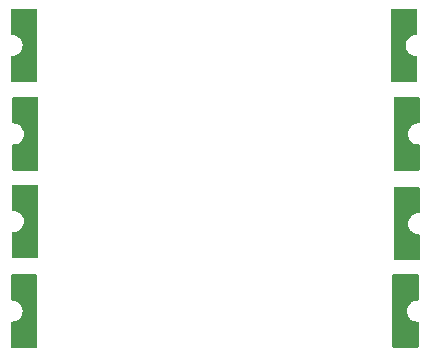
<source format=gbr>
G04 #@! TF.GenerationSoftware,KiCad,Pcbnew,(5.1.5)-3*
G04 #@! TF.CreationDate,2020-05-04T17:56:07+05:30*
G04 #@! TF.ProjectId,Battery_Charger,42617474-6572-4795-9f43-686172676572,rev?*
G04 #@! TF.SameCoordinates,Original*
G04 #@! TF.FileFunction,Soldermask,Bot*
G04 #@! TF.FilePolarity,Negative*
%FSLAX46Y46*%
G04 Gerber Fmt 4.6, Leading zero omitted, Abs format (unit mm)*
G04 Created by KiCad (PCBNEW (5.1.5)-3) date 2020-05-04 17:56:07*
%MOMM*%
%LPD*%
G04 APERTURE LIST*
%ADD10C,0.100000*%
G04 APERTURE END LIST*
D10*
G36*
X137299050Y-87088753D02*
G01*
X137300000Y-87088753D01*
X137300385Y-87088754D01*
X137300784Y-87088757D01*
X137300783Y-87088931D01*
X137300823Y-87088935D01*
X137300824Y-87088757D01*
X137301223Y-87088760D01*
X137303244Y-87088881D01*
X137305992Y-87088610D01*
X137309253Y-87088805D01*
X137309643Y-87088817D01*
X137311519Y-87089027D01*
X137312012Y-87089080D01*
X137318125Y-87090376D01*
X137318134Y-87090377D01*
X137322362Y-87091273D01*
X137322665Y-87091337D01*
X137325583Y-87091937D01*
X137333276Y-87093519D01*
X137338975Y-87095954D01*
X137339034Y-87095973D01*
X137343182Y-87097745D01*
X137347706Y-87099652D01*
X137347752Y-87099677D01*
X137353529Y-87102112D01*
X137353650Y-87102178D01*
X137362346Y-87108140D01*
X137363165Y-87108697D01*
X137371251Y-87114148D01*
X137371468Y-87114329D01*
X137378317Y-87121320D01*
X137378928Y-87121939D01*
X137386614Y-87129676D01*
X137386859Y-87129979D01*
X137392416Y-87138480D01*
X137392965Y-87139312D01*
X137398579Y-87147753D01*
X137398663Y-87147913D01*
X137401012Y-87153715D01*
X137401018Y-87153727D01*
X137402782Y-87158087D01*
X137404552Y-87162388D01*
X137404559Y-87162412D01*
X137406875Y-87168041D01*
X137408029Y-87174051D01*
X137408063Y-87174165D01*
X137408936Y-87178712D01*
X137409871Y-87183464D01*
X137409879Y-87183551D01*
X137411092Y-87189713D01*
X137411113Y-87189937D01*
X137411306Y-87191904D01*
X137411852Y-87203051D01*
X137411852Y-89198197D01*
X137411158Y-89209870D01*
X137411055Y-89210787D01*
X137410914Y-89212130D01*
X137408911Y-89221547D01*
X137408555Y-89223282D01*
X137406718Y-89232561D01*
X137406476Y-89233342D01*
X137402648Y-89242279D01*
X137401995Y-89243832D01*
X137398307Y-89252771D01*
X137397977Y-89253382D01*
X137392660Y-89261150D01*
X137391704Y-89262567D01*
X137386230Y-89270804D01*
X137385720Y-89271420D01*
X137378824Y-89278175D01*
X137377616Y-89279375D01*
X137370812Y-89286224D01*
X137370024Y-89286866D01*
X137361604Y-89292367D01*
X137360052Y-89293398D01*
X137352804Y-89298289D01*
X137352018Y-89298706D01*
X137343137Y-89302296D01*
X137341544Y-89302952D01*
X137332637Y-89306696D01*
X137331836Y-89306937D01*
X137322370Y-89308743D01*
X137320664Y-89309080D01*
X137311297Y-89311002D01*
X137310008Y-89311128D01*
X137308869Y-89311248D01*
X137294664Y-89312042D01*
X137294669Y-89312131D01*
X137286159Y-89312637D01*
X137127631Y-89330418D01*
X137103767Y-89335490D01*
X136962017Y-89380457D01*
X136939595Y-89390067D01*
X136809273Y-89461712D01*
X136789144Y-89475495D01*
X136675211Y-89571096D01*
X136658143Y-89588526D01*
X136564957Y-89704426D01*
X136551598Y-89724840D01*
X136482700Y-89856631D01*
X136473562Y-89879250D01*
X136431571Y-90021923D01*
X136426999Y-90045886D01*
X136413520Y-90193991D01*
X136413691Y-90218386D01*
X136429236Y-90366287D01*
X136434141Y-90390184D01*
X136478120Y-90532258D01*
X136487574Y-90554748D01*
X136536171Y-90644626D01*
X136558307Y-90685565D01*
X136571948Y-90705789D01*
X136655631Y-90806945D01*
X136655634Y-90806949D01*
X136666750Y-90820385D01*
X136684059Y-90837572D01*
X136799306Y-90931564D01*
X136819624Y-90945063D01*
X136950937Y-91014884D01*
X136973492Y-91024181D01*
X137115859Y-91067164D01*
X137139790Y-91071902D01*
X137309166Y-91088510D01*
X137317046Y-91089760D01*
X137320896Y-91090967D01*
X137326620Y-91092141D01*
X137328039Y-91092289D01*
X137329398Y-91092867D01*
X137334975Y-91094636D01*
X137337837Y-91095243D01*
X137339171Y-91095734D01*
X137341677Y-91097102D01*
X137347048Y-91099360D01*
X137348431Y-91099788D01*
X137349658Y-91100622D01*
X137354804Y-91103451D01*
X137357440Y-91104579D01*
X137358661Y-91105324D01*
X137360889Y-91107180D01*
X137365722Y-91110437D01*
X137366998Y-91111125D01*
X137368023Y-91112167D01*
X137372515Y-91115936D01*
X137374933Y-91117590D01*
X137375902Y-91118481D01*
X137377699Y-91120704D01*
X137381811Y-91124846D01*
X137382956Y-91125793D01*
X137383792Y-91127061D01*
X137387423Y-91131578D01*
X137389483Y-91133680D01*
X137390324Y-91134830D01*
X137391664Y-91137370D01*
X137394895Y-91142231D01*
X137395791Y-91143328D01*
X137396343Y-91144682D01*
X137399059Y-91149877D01*
X137400663Y-91152326D01*
X137401252Y-91153588D01*
X137402067Y-91156327D01*
X137404301Y-91161747D01*
X137404976Y-91163015D01*
X137405255Y-91164453D01*
X137406909Y-91170075D01*
X137408008Y-91172793D01*
X137408342Y-91174152D01*
X137408608Y-91176986D01*
X137409746Y-91182734D01*
X137410160Y-91184102D01*
X137410154Y-91185564D01*
X137410685Y-91191401D01*
X137411486Y-91195593D01*
X137411852Y-91203064D01*
X137411852Y-93193151D01*
X137411247Y-93199050D01*
X137411247Y-93200000D01*
X137411246Y-93200385D01*
X137411243Y-93200784D01*
X137411069Y-93200783D01*
X137411065Y-93200823D01*
X137411243Y-93200824D01*
X137411240Y-93201223D01*
X137411119Y-93203244D01*
X137411390Y-93205992D01*
X137411195Y-93209253D01*
X137411183Y-93209643D01*
X137410973Y-93211519D01*
X137410920Y-93212012D01*
X137409624Y-93218125D01*
X137409623Y-93218134D01*
X137408727Y-93222362D01*
X137408648Y-93222738D01*
X137406481Y-93233276D01*
X137404046Y-93238975D01*
X137404027Y-93239034D01*
X137402255Y-93243182D01*
X137400348Y-93247706D01*
X137400323Y-93247752D01*
X137397888Y-93253529D01*
X137397822Y-93253650D01*
X137391860Y-93262346D01*
X137391303Y-93263165D01*
X137385852Y-93271251D01*
X137385671Y-93271468D01*
X137378680Y-93278317D01*
X137378061Y-93278928D01*
X137370324Y-93286614D01*
X137370022Y-93286858D01*
X137361614Y-93292354D01*
X137360781Y-93292903D01*
X137352249Y-93298577D01*
X137352082Y-93298665D01*
X137346285Y-93301012D01*
X137346273Y-93301018D01*
X137341913Y-93302782D01*
X137337612Y-93304552D01*
X137337588Y-93304559D01*
X137331959Y-93306875D01*
X137325949Y-93308029D01*
X137325835Y-93308063D01*
X137321288Y-93308936D01*
X137316536Y-93309871D01*
X137316449Y-93309879D01*
X137310287Y-93311092D01*
X137310063Y-93311113D01*
X137308096Y-93311306D01*
X137296949Y-93311852D01*
X135306849Y-93311852D01*
X135300950Y-93311247D01*
X135300000Y-93311247D01*
X135299615Y-93311246D01*
X135299216Y-93311243D01*
X135299217Y-93311069D01*
X135299177Y-93311065D01*
X135299176Y-93311243D01*
X135298777Y-93311240D01*
X135296756Y-93311119D01*
X135294008Y-93311390D01*
X135290747Y-93311195D01*
X135290357Y-93311183D01*
X135288481Y-93310973D01*
X135287988Y-93310920D01*
X135281875Y-93309624D01*
X135281866Y-93309623D01*
X135277638Y-93308727D01*
X135277335Y-93308663D01*
X135273712Y-93307918D01*
X135266724Y-93306481D01*
X135261025Y-93304046D01*
X135260966Y-93304027D01*
X135256818Y-93302255D01*
X135252294Y-93300348D01*
X135252248Y-93300323D01*
X135246471Y-93297888D01*
X135246350Y-93297822D01*
X135237654Y-93291860D01*
X135236835Y-93291303D01*
X135228749Y-93285852D01*
X135228532Y-93285671D01*
X135221683Y-93278680D01*
X135221072Y-93278061D01*
X135213386Y-93270324D01*
X135213142Y-93270022D01*
X135207646Y-93261614D01*
X135207097Y-93260781D01*
X135201423Y-93252249D01*
X135201335Y-93252082D01*
X135198988Y-93246285D01*
X135198982Y-93246273D01*
X135197218Y-93241913D01*
X135195448Y-93237612D01*
X135195441Y-93237588D01*
X135193125Y-93231959D01*
X135191971Y-93225949D01*
X135191937Y-93225835D01*
X135191064Y-93221288D01*
X135190129Y-93216536D01*
X135190121Y-93216449D01*
X135188908Y-93210287D01*
X135188887Y-93210063D01*
X135188694Y-93208096D01*
X135188148Y-93196949D01*
X135188148Y-87206849D01*
X135188753Y-87200950D01*
X135188753Y-87200000D01*
X135188754Y-87199615D01*
X135188757Y-87199216D01*
X135188931Y-87199217D01*
X135188935Y-87199177D01*
X135188757Y-87199176D01*
X135188760Y-87198777D01*
X135188881Y-87196756D01*
X135188610Y-87194008D01*
X135188805Y-87190747D01*
X135188817Y-87190357D01*
X135189027Y-87188481D01*
X135189080Y-87187988D01*
X135190376Y-87181875D01*
X135190377Y-87181866D01*
X135191311Y-87177460D01*
X135192281Y-87172745D01*
X135193519Y-87166724D01*
X135195954Y-87161025D01*
X135195973Y-87160966D01*
X135197745Y-87156818D01*
X135199652Y-87152294D01*
X135199677Y-87152248D01*
X135202112Y-87146471D01*
X135202178Y-87146350D01*
X135208140Y-87137654D01*
X135208697Y-87136835D01*
X135214148Y-87128749D01*
X135214329Y-87128532D01*
X135221320Y-87121683D01*
X135221939Y-87121072D01*
X135229676Y-87113386D01*
X135229978Y-87113142D01*
X135238386Y-87107646D01*
X135239219Y-87107097D01*
X135247751Y-87101423D01*
X135247918Y-87101335D01*
X135253715Y-87098988D01*
X135253727Y-87098982D01*
X135258087Y-87097218D01*
X135262388Y-87095448D01*
X135262412Y-87095441D01*
X135268041Y-87093125D01*
X135274051Y-87091971D01*
X135274165Y-87091937D01*
X135278712Y-87091064D01*
X135283464Y-87090129D01*
X135283551Y-87090121D01*
X135289713Y-87088908D01*
X135289937Y-87088887D01*
X135291904Y-87088694D01*
X135303051Y-87088148D01*
X137293151Y-87088148D01*
X137299050Y-87088753D01*
G37*
G36*
X104999050Y-87088753D02*
G01*
X105000000Y-87088753D01*
X105000385Y-87088754D01*
X105000784Y-87088757D01*
X105000783Y-87088931D01*
X105000823Y-87088935D01*
X105000824Y-87088757D01*
X105001223Y-87088760D01*
X105003244Y-87088881D01*
X105005992Y-87088610D01*
X105009253Y-87088805D01*
X105009643Y-87088817D01*
X105011519Y-87089027D01*
X105012012Y-87089080D01*
X105018125Y-87090376D01*
X105018134Y-87090377D01*
X105022362Y-87091273D01*
X105022665Y-87091337D01*
X105025583Y-87091937D01*
X105033276Y-87093519D01*
X105038975Y-87095954D01*
X105039034Y-87095973D01*
X105043182Y-87097745D01*
X105047706Y-87099652D01*
X105047752Y-87099677D01*
X105053529Y-87102112D01*
X105053650Y-87102178D01*
X105062346Y-87108140D01*
X105063165Y-87108697D01*
X105071251Y-87114148D01*
X105071468Y-87114329D01*
X105078317Y-87121320D01*
X105078928Y-87121939D01*
X105086614Y-87129676D01*
X105086858Y-87129978D01*
X105092354Y-87138386D01*
X105092903Y-87139219D01*
X105098577Y-87147751D01*
X105098665Y-87147918D01*
X105101012Y-87153715D01*
X105101018Y-87153727D01*
X105102782Y-87158087D01*
X105104552Y-87162388D01*
X105104559Y-87162412D01*
X105106875Y-87168041D01*
X105108029Y-87174051D01*
X105108063Y-87174165D01*
X105108936Y-87178712D01*
X105109871Y-87183464D01*
X105109879Y-87183551D01*
X105111092Y-87189713D01*
X105111113Y-87189937D01*
X105111306Y-87191904D01*
X105111852Y-87203051D01*
X105111852Y-93193151D01*
X105111247Y-93199050D01*
X105111247Y-93200000D01*
X105111246Y-93200385D01*
X105111243Y-93200784D01*
X105111069Y-93200783D01*
X105111065Y-93200823D01*
X105111243Y-93200824D01*
X105111240Y-93201223D01*
X105111119Y-93203244D01*
X105111390Y-93205992D01*
X105111195Y-93209253D01*
X105111183Y-93209643D01*
X105110973Y-93211519D01*
X105110920Y-93212012D01*
X105109624Y-93218125D01*
X105109623Y-93218134D01*
X105108727Y-93222362D01*
X105108648Y-93222738D01*
X105106481Y-93233276D01*
X105104046Y-93238975D01*
X105104027Y-93239034D01*
X105102255Y-93243182D01*
X105100348Y-93247706D01*
X105100323Y-93247752D01*
X105097888Y-93253529D01*
X105097822Y-93253650D01*
X105091860Y-93262346D01*
X105091303Y-93263165D01*
X105085852Y-93271251D01*
X105085671Y-93271468D01*
X105078680Y-93278317D01*
X105078061Y-93278928D01*
X105070324Y-93286614D01*
X105070022Y-93286858D01*
X105061614Y-93292354D01*
X105060781Y-93292903D01*
X105052249Y-93298577D01*
X105052082Y-93298665D01*
X105046285Y-93301012D01*
X105046273Y-93301018D01*
X105041913Y-93302782D01*
X105037612Y-93304552D01*
X105037588Y-93304559D01*
X105031959Y-93306875D01*
X105025949Y-93308029D01*
X105025835Y-93308063D01*
X105021288Y-93308936D01*
X105016536Y-93309871D01*
X105016449Y-93309879D01*
X105010287Y-93311092D01*
X105010063Y-93311113D01*
X105008096Y-93311306D01*
X104996949Y-93311852D01*
X103006849Y-93311852D01*
X103000950Y-93311247D01*
X103000000Y-93311247D01*
X102999615Y-93311246D01*
X102999216Y-93311243D01*
X102999217Y-93311069D01*
X102999177Y-93311065D01*
X102999176Y-93311243D01*
X102998777Y-93311240D01*
X102996756Y-93311119D01*
X102994008Y-93311390D01*
X102990747Y-93311195D01*
X102990357Y-93311183D01*
X102988481Y-93310973D01*
X102987988Y-93310920D01*
X102981875Y-93309624D01*
X102981866Y-93309623D01*
X102977638Y-93308727D01*
X102977335Y-93308663D01*
X102973712Y-93307918D01*
X102966724Y-93306481D01*
X102961025Y-93304046D01*
X102960966Y-93304027D01*
X102956818Y-93302255D01*
X102952294Y-93300348D01*
X102952248Y-93300323D01*
X102946471Y-93297888D01*
X102946350Y-93297822D01*
X102937654Y-93291860D01*
X102936835Y-93291303D01*
X102928749Y-93285852D01*
X102928532Y-93285671D01*
X102921683Y-93278680D01*
X102921072Y-93278061D01*
X102913386Y-93270324D01*
X102913141Y-93270021D01*
X102907584Y-93261520D01*
X102907035Y-93260688D01*
X102901421Y-93252247D01*
X102901337Y-93252087D01*
X102898988Y-93246285D01*
X102898982Y-93246273D01*
X102897218Y-93241913D01*
X102895448Y-93237612D01*
X102895441Y-93237588D01*
X102893125Y-93231959D01*
X102891971Y-93225949D01*
X102891937Y-93225835D01*
X102891064Y-93221288D01*
X102890129Y-93216536D01*
X102890121Y-93216449D01*
X102888908Y-93210287D01*
X102888887Y-93210063D01*
X102888694Y-93208096D01*
X102888148Y-93196949D01*
X102888148Y-91201803D01*
X102888842Y-91190130D01*
X102888945Y-91189213D01*
X102889086Y-91187870D01*
X102891089Y-91178453D01*
X102891445Y-91176718D01*
X102893282Y-91167439D01*
X102893524Y-91166658D01*
X102897352Y-91157721D01*
X102898005Y-91156168D01*
X102901693Y-91147229D01*
X102902023Y-91146618D01*
X102907340Y-91138850D01*
X102908296Y-91137433D01*
X102913770Y-91129196D01*
X102914280Y-91128580D01*
X102921176Y-91121825D01*
X102922384Y-91120625D01*
X102929188Y-91113776D01*
X102929976Y-91113134D01*
X102938396Y-91107633D01*
X102939948Y-91106602D01*
X102947196Y-91101711D01*
X102947982Y-91101294D01*
X102956863Y-91097704D01*
X102958456Y-91097048D01*
X102967363Y-91093304D01*
X102968164Y-91093063D01*
X102977630Y-91091257D01*
X102979336Y-91090920D01*
X102988703Y-91088998D01*
X102989992Y-91088872D01*
X102991131Y-91088752D01*
X103005336Y-91087958D01*
X103005331Y-91087869D01*
X103013841Y-91087363D01*
X103172369Y-91069582D01*
X103196233Y-91064510D01*
X103337983Y-91019543D01*
X103360405Y-91009933D01*
X103490727Y-90938288D01*
X103510856Y-90924505D01*
X103624789Y-90828904D01*
X103641857Y-90811474D01*
X103735043Y-90695574D01*
X103748402Y-90675160D01*
X103817300Y-90543369D01*
X103826438Y-90520750D01*
X103868429Y-90378077D01*
X103873001Y-90354114D01*
X103886480Y-90206009D01*
X103886309Y-90181614D01*
X103870764Y-90033713D01*
X103865859Y-90009816D01*
X103821880Y-89867742D01*
X103812426Y-89845252D01*
X103763828Y-89755372D01*
X103741693Y-89714435D01*
X103728052Y-89694211D01*
X103644366Y-89593051D01*
X103644362Y-89593046D01*
X103633249Y-89579614D01*
X103615941Y-89562428D01*
X103500694Y-89468436D01*
X103480376Y-89454937D01*
X103349063Y-89385116D01*
X103326508Y-89375819D01*
X103184141Y-89332836D01*
X103160210Y-89328098D01*
X102990834Y-89311490D01*
X102982954Y-89310240D01*
X102979104Y-89309033D01*
X102973380Y-89307859D01*
X102971961Y-89307711D01*
X102970602Y-89307133D01*
X102965025Y-89305364D01*
X102962163Y-89304757D01*
X102960829Y-89304266D01*
X102958323Y-89302898D01*
X102952952Y-89300640D01*
X102951569Y-89300212D01*
X102950342Y-89299378D01*
X102945196Y-89296549D01*
X102942560Y-89295421D01*
X102941339Y-89294676D01*
X102939111Y-89292820D01*
X102934278Y-89289563D01*
X102933002Y-89288875D01*
X102931977Y-89287833D01*
X102927485Y-89284064D01*
X102925067Y-89282410D01*
X102924098Y-89281519D01*
X102922301Y-89279296D01*
X102918189Y-89275154D01*
X102917044Y-89274207D01*
X102916208Y-89272939D01*
X102912577Y-89268422D01*
X102910517Y-89266320D01*
X102909676Y-89265170D01*
X102908336Y-89262630D01*
X102905105Y-89257769D01*
X102904209Y-89256672D01*
X102903657Y-89255318D01*
X102900941Y-89250123D01*
X102899337Y-89247674D01*
X102898748Y-89246412D01*
X102897933Y-89243673D01*
X102895699Y-89238253D01*
X102895024Y-89236985D01*
X102894745Y-89235547D01*
X102893091Y-89229925D01*
X102891992Y-89227207D01*
X102891658Y-89225848D01*
X102891392Y-89223014D01*
X102890254Y-89217266D01*
X102889840Y-89215898D01*
X102889846Y-89214436D01*
X102889315Y-89208599D01*
X102888514Y-89204407D01*
X102888148Y-89196936D01*
X102888148Y-87206849D01*
X102888753Y-87200950D01*
X102888753Y-87200000D01*
X102888754Y-87199615D01*
X102888757Y-87199216D01*
X102888931Y-87199217D01*
X102888935Y-87199177D01*
X102888757Y-87199176D01*
X102888760Y-87198777D01*
X102888881Y-87196756D01*
X102888610Y-87194008D01*
X102888805Y-87190747D01*
X102888817Y-87190357D01*
X102889027Y-87188481D01*
X102889080Y-87187988D01*
X102890376Y-87181875D01*
X102890377Y-87181866D01*
X102891311Y-87177460D01*
X102892281Y-87172745D01*
X102893519Y-87166724D01*
X102895954Y-87161025D01*
X102895973Y-87160966D01*
X102897745Y-87156818D01*
X102899652Y-87152294D01*
X102899677Y-87152248D01*
X102902112Y-87146471D01*
X102902178Y-87146350D01*
X102908140Y-87137654D01*
X102908697Y-87136835D01*
X102914148Y-87128749D01*
X102914329Y-87128532D01*
X102921320Y-87121683D01*
X102921939Y-87121072D01*
X102929676Y-87113386D01*
X102929978Y-87113142D01*
X102938386Y-87107646D01*
X102939219Y-87107097D01*
X102947751Y-87101423D01*
X102947918Y-87101335D01*
X102953715Y-87098988D01*
X102953727Y-87098982D01*
X102958087Y-87097218D01*
X102962388Y-87095448D01*
X102962412Y-87095441D01*
X102968041Y-87093125D01*
X102974051Y-87091971D01*
X102974165Y-87091937D01*
X102978712Y-87091064D01*
X102983464Y-87090129D01*
X102983551Y-87090121D01*
X102989713Y-87088908D01*
X102989937Y-87088887D01*
X102991904Y-87088694D01*
X103003051Y-87088148D01*
X104993151Y-87088148D01*
X104999050Y-87088753D01*
G37*
G36*
X137399050Y-79688753D02*
G01*
X137400000Y-79688753D01*
X137400385Y-79688754D01*
X137400784Y-79688757D01*
X137400783Y-79688931D01*
X137400823Y-79688935D01*
X137400824Y-79688757D01*
X137401223Y-79688760D01*
X137403244Y-79688881D01*
X137405992Y-79688610D01*
X137409253Y-79688805D01*
X137409643Y-79688817D01*
X137411519Y-79689027D01*
X137412012Y-79689080D01*
X137418125Y-79690376D01*
X137418134Y-79690377D01*
X137422362Y-79691273D01*
X137422665Y-79691337D01*
X137425583Y-79691937D01*
X137433276Y-79693519D01*
X137438975Y-79695954D01*
X137439034Y-79695973D01*
X137443182Y-79697745D01*
X137447706Y-79699652D01*
X137447752Y-79699677D01*
X137453529Y-79702112D01*
X137453650Y-79702178D01*
X137462346Y-79708140D01*
X137463165Y-79708697D01*
X137471251Y-79714148D01*
X137471468Y-79714329D01*
X137478317Y-79721320D01*
X137478928Y-79721939D01*
X137486614Y-79729676D01*
X137486859Y-79729979D01*
X137492416Y-79738480D01*
X137492965Y-79739312D01*
X137498579Y-79747753D01*
X137498663Y-79747913D01*
X137501012Y-79753715D01*
X137501018Y-79753727D01*
X137502782Y-79758087D01*
X137504552Y-79762388D01*
X137504559Y-79762412D01*
X137506875Y-79768041D01*
X137508029Y-79774051D01*
X137508063Y-79774165D01*
X137508936Y-79778712D01*
X137509871Y-79783464D01*
X137509879Y-79783551D01*
X137511092Y-79789713D01*
X137511113Y-79789937D01*
X137511306Y-79791904D01*
X137511852Y-79803051D01*
X137511852Y-81798197D01*
X137511158Y-81809870D01*
X137511055Y-81810787D01*
X137510914Y-81812130D01*
X137508911Y-81821547D01*
X137508555Y-81823282D01*
X137506718Y-81832561D01*
X137506476Y-81833342D01*
X137502648Y-81842279D01*
X137501995Y-81843832D01*
X137498307Y-81852771D01*
X137497977Y-81853382D01*
X137492660Y-81861150D01*
X137491704Y-81862567D01*
X137486230Y-81870804D01*
X137485720Y-81871420D01*
X137478824Y-81878175D01*
X137477616Y-81879375D01*
X137470812Y-81886224D01*
X137470024Y-81886866D01*
X137461604Y-81892367D01*
X137460052Y-81893398D01*
X137452804Y-81898289D01*
X137452018Y-81898706D01*
X137443137Y-81902296D01*
X137441544Y-81902952D01*
X137432637Y-81906696D01*
X137431836Y-81906937D01*
X137422370Y-81908743D01*
X137420664Y-81909080D01*
X137411297Y-81911002D01*
X137410008Y-81911128D01*
X137408869Y-81911248D01*
X137394664Y-81912042D01*
X137394669Y-81912131D01*
X137386159Y-81912637D01*
X137227631Y-81930418D01*
X137203767Y-81935490D01*
X137062017Y-81980457D01*
X137039595Y-81990067D01*
X136909273Y-82061712D01*
X136889144Y-82075495D01*
X136775211Y-82171096D01*
X136758143Y-82188526D01*
X136664957Y-82304426D01*
X136651598Y-82324840D01*
X136582700Y-82456631D01*
X136573562Y-82479250D01*
X136531571Y-82621923D01*
X136526999Y-82645886D01*
X136513520Y-82793991D01*
X136513691Y-82818386D01*
X136529236Y-82966287D01*
X136534141Y-82990184D01*
X136578120Y-83132258D01*
X136587574Y-83154748D01*
X136636171Y-83244626D01*
X136658307Y-83285565D01*
X136671948Y-83305789D01*
X136755631Y-83406945D01*
X136755634Y-83406949D01*
X136766750Y-83420385D01*
X136784059Y-83437572D01*
X136899306Y-83531564D01*
X136919624Y-83545063D01*
X137050937Y-83614884D01*
X137073492Y-83624181D01*
X137215859Y-83667164D01*
X137239790Y-83671902D01*
X137409166Y-83688510D01*
X137417046Y-83689760D01*
X137420896Y-83690967D01*
X137426620Y-83692141D01*
X137428039Y-83692289D01*
X137429398Y-83692867D01*
X137434975Y-83694636D01*
X137437837Y-83695243D01*
X137439171Y-83695734D01*
X137441677Y-83697102D01*
X137447048Y-83699360D01*
X137448431Y-83699788D01*
X137449658Y-83700622D01*
X137454804Y-83703451D01*
X137457440Y-83704579D01*
X137458661Y-83705324D01*
X137460889Y-83707180D01*
X137465722Y-83710437D01*
X137466998Y-83711125D01*
X137468023Y-83712167D01*
X137472515Y-83715936D01*
X137474933Y-83717590D01*
X137475902Y-83718481D01*
X137477699Y-83720704D01*
X137481811Y-83724846D01*
X137482956Y-83725793D01*
X137483792Y-83727061D01*
X137487423Y-83731578D01*
X137489483Y-83733680D01*
X137490324Y-83734830D01*
X137491664Y-83737370D01*
X137494895Y-83742231D01*
X137495791Y-83743328D01*
X137496343Y-83744682D01*
X137499059Y-83749877D01*
X137500663Y-83752326D01*
X137501252Y-83753588D01*
X137502067Y-83756327D01*
X137504301Y-83761747D01*
X137504976Y-83763015D01*
X137505255Y-83764453D01*
X137506909Y-83770075D01*
X137508008Y-83772793D01*
X137508342Y-83774152D01*
X137508608Y-83776986D01*
X137509746Y-83782734D01*
X137510160Y-83784102D01*
X137510154Y-83785564D01*
X137510685Y-83791401D01*
X137511486Y-83795593D01*
X137511852Y-83803064D01*
X137511852Y-85793151D01*
X137511247Y-85799050D01*
X137511247Y-85800000D01*
X137511246Y-85800385D01*
X137511243Y-85800784D01*
X137511069Y-85800783D01*
X137511065Y-85800823D01*
X137511243Y-85800824D01*
X137511240Y-85801223D01*
X137511119Y-85803244D01*
X137511390Y-85805992D01*
X137511195Y-85809253D01*
X137511183Y-85809643D01*
X137510973Y-85811519D01*
X137510920Y-85812012D01*
X137509624Y-85818125D01*
X137509623Y-85818134D01*
X137508727Y-85822362D01*
X137508648Y-85822738D01*
X137506481Y-85833276D01*
X137504046Y-85838975D01*
X137504027Y-85839034D01*
X137502255Y-85843182D01*
X137500348Y-85847706D01*
X137500323Y-85847752D01*
X137497888Y-85853529D01*
X137497822Y-85853650D01*
X137491860Y-85862346D01*
X137491303Y-85863165D01*
X137485852Y-85871251D01*
X137485671Y-85871468D01*
X137478680Y-85878317D01*
X137478061Y-85878928D01*
X137470324Y-85886614D01*
X137470022Y-85886858D01*
X137461614Y-85892354D01*
X137460781Y-85892903D01*
X137452249Y-85898577D01*
X137452082Y-85898665D01*
X137446285Y-85901012D01*
X137446273Y-85901018D01*
X137441913Y-85902782D01*
X137437612Y-85904552D01*
X137437588Y-85904559D01*
X137431959Y-85906875D01*
X137425949Y-85908029D01*
X137425835Y-85908063D01*
X137421288Y-85908936D01*
X137416536Y-85909871D01*
X137416449Y-85909879D01*
X137410287Y-85911092D01*
X137410063Y-85911113D01*
X137408096Y-85911306D01*
X137396949Y-85911852D01*
X135406849Y-85911852D01*
X135400950Y-85911247D01*
X135400000Y-85911247D01*
X135399615Y-85911246D01*
X135399216Y-85911243D01*
X135399217Y-85911069D01*
X135399177Y-85911065D01*
X135399176Y-85911243D01*
X135398777Y-85911240D01*
X135396756Y-85911119D01*
X135394008Y-85911390D01*
X135390747Y-85911195D01*
X135390357Y-85911183D01*
X135388481Y-85910973D01*
X135387988Y-85910920D01*
X135381875Y-85909624D01*
X135381866Y-85909623D01*
X135377638Y-85908727D01*
X135377335Y-85908663D01*
X135373712Y-85907918D01*
X135366724Y-85906481D01*
X135361025Y-85904046D01*
X135360966Y-85904027D01*
X135356818Y-85902255D01*
X135352294Y-85900348D01*
X135352248Y-85900323D01*
X135346471Y-85897888D01*
X135346350Y-85897822D01*
X135337654Y-85891860D01*
X135336835Y-85891303D01*
X135328749Y-85885852D01*
X135328532Y-85885671D01*
X135321683Y-85878680D01*
X135321072Y-85878061D01*
X135313386Y-85870324D01*
X135313142Y-85870022D01*
X135307646Y-85861614D01*
X135307097Y-85860781D01*
X135301423Y-85852249D01*
X135301335Y-85852082D01*
X135298988Y-85846285D01*
X135298982Y-85846273D01*
X135297218Y-85841913D01*
X135295448Y-85837612D01*
X135295441Y-85837588D01*
X135293125Y-85831959D01*
X135291971Y-85825949D01*
X135291937Y-85825835D01*
X135291064Y-85821288D01*
X135290129Y-85816536D01*
X135290121Y-85816449D01*
X135288908Y-85810287D01*
X135288887Y-85810063D01*
X135288694Y-85808096D01*
X135288148Y-85796949D01*
X135288148Y-79806849D01*
X135288753Y-79800950D01*
X135288753Y-79800000D01*
X135288754Y-79799615D01*
X135288757Y-79799216D01*
X135288931Y-79799217D01*
X135288935Y-79799177D01*
X135288757Y-79799176D01*
X135288760Y-79798777D01*
X135288881Y-79796756D01*
X135288610Y-79794008D01*
X135288805Y-79790747D01*
X135288817Y-79790357D01*
X135289027Y-79788481D01*
X135289080Y-79787988D01*
X135290376Y-79781875D01*
X135290377Y-79781866D01*
X135291311Y-79777460D01*
X135292281Y-79772745D01*
X135293519Y-79766724D01*
X135295954Y-79761025D01*
X135295973Y-79760966D01*
X135297745Y-79756818D01*
X135299652Y-79752294D01*
X135299677Y-79752248D01*
X135302112Y-79746471D01*
X135302178Y-79746350D01*
X135308140Y-79737654D01*
X135308697Y-79736835D01*
X135314148Y-79728749D01*
X135314329Y-79728532D01*
X135321320Y-79721683D01*
X135321939Y-79721072D01*
X135329676Y-79713386D01*
X135329978Y-79713142D01*
X135338386Y-79707646D01*
X135339219Y-79707097D01*
X135347751Y-79701423D01*
X135347918Y-79701335D01*
X135353715Y-79698988D01*
X135353727Y-79698982D01*
X135358087Y-79697218D01*
X135362388Y-79695448D01*
X135362412Y-79695441D01*
X135368041Y-79693125D01*
X135374051Y-79691971D01*
X135374165Y-79691937D01*
X135378712Y-79691064D01*
X135383464Y-79690129D01*
X135383551Y-79690121D01*
X135389713Y-79688908D01*
X135389937Y-79688887D01*
X135391904Y-79688694D01*
X135403051Y-79688148D01*
X137393151Y-79688148D01*
X137399050Y-79688753D01*
G37*
G36*
X105099050Y-79488753D02*
G01*
X105100000Y-79488753D01*
X105100385Y-79488754D01*
X105100784Y-79488757D01*
X105100783Y-79488931D01*
X105100823Y-79488935D01*
X105100824Y-79488757D01*
X105101223Y-79488760D01*
X105103244Y-79488881D01*
X105105992Y-79488610D01*
X105109253Y-79488805D01*
X105109643Y-79488817D01*
X105111519Y-79489027D01*
X105112012Y-79489080D01*
X105118125Y-79490376D01*
X105118134Y-79490377D01*
X105122362Y-79491273D01*
X105122665Y-79491337D01*
X105125583Y-79491937D01*
X105133276Y-79493519D01*
X105138975Y-79495954D01*
X105139034Y-79495973D01*
X105143182Y-79497745D01*
X105147706Y-79499652D01*
X105147752Y-79499677D01*
X105153529Y-79502112D01*
X105153650Y-79502178D01*
X105162346Y-79508140D01*
X105163165Y-79508697D01*
X105171251Y-79514148D01*
X105171468Y-79514329D01*
X105178317Y-79521320D01*
X105178928Y-79521939D01*
X105186614Y-79529676D01*
X105186858Y-79529978D01*
X105192354Y-79538386D01*
X105192903Y-79539219D01*
X105198577Y-79547751D01*
X105198665Y-79547918D01*
X105201012Y-79553715D01*
X105201018Y-79553727D01*
X105202782Y-79558087D01*
X105204552Y-79562388D01*
X105204559Y-79562412D01*
X105206875Y-79568041D01*
X105208029Y-79574051D01*
X105208063Y-79574165D01*
X105208936Y-79578712D01*
X105209871Y-79583464D01*
X105209879Y-79583551D01*
X105211092Y-79589713D01*
X105211113Y-79589937D01*
X105211306Y-79591904D01*
X105211852Y-79603051D01*
X105211852Y-85593151D01*
X105211247Y-85599050D01*
X105211247Y-85600000D01*
X105211246Y-85600385D01*
X105211243Y-85600784D01*
X105211069Y-85600783D01*
X105211065Y-85600823D01*
X105211243Y-85600824D01*
X105211240Y-85601223D01*
X105211119Y-85603244D01*
X105211390Y-85605992D01*
X105211195Y-85609253D01*
X105211183Y-85609643D01*
X105210973Y-85611519D01*
X105210920Y-85612012D01*
X105209624Y-85618125D01*
X105209623Y-85618134D01*
X105208727Y-85622362D01*
X105208648Y-85622738D01*
X105206481Y-85633276D01*
X105204046Y-85638975D01*
X105204027Y-85639034D01*
X105202255Y-85643182D01*
X105200348Y-85647706D01*
X105200323Y-85647752D01*
X105197888Y-85653529D01*
X105197822Y-85653650D01*
X105191860Y-85662346D01*
X105191303Y-85663165D01*
X105185852Y-85671251D01*
X105185671Y-85671468D01*
X105178680Y-85678317D01*
X105178061Y-85678928D01*
X105170324Y-85686614D01*
X105170022Y-85686858D01*
X105161614Y-85692354D01*
X105160781Y-85692903D01*
X105152249Y-85698577D01*
X105152082Y-85698665D01*
X105146285Y-85701012D01*
X105146273Y-85701018D01*
X105141913Y-85702782D01*
X105137612Y-85704552D01*
X105137588Y-85704559D01*
X105131959Y-85706875D01*
X105125949Y-85708029D01*
X105125835Y-85708063D01*
X105121288Y-85708936D01*
X105116536Y-85709871D01*
X105116449Y-85709879D01*
X105110287Y-85711092D01*
X105110063Y-85711113D01*
X105108096Y-85711306D01*
X105096949Y-85711852D01*
X103106849Y-85711852D01*
X103100950Y-85711247D01*
X103100000Y-85711247D01*
X103099615Y-85711246D01*
X103099216Y-85711243D01*
X103099217Y-85711069D01*
X103099177Y-85711065D01*
X103099176Y-85711243D01*
X103098777Y-85711240D01*
X103096756Y-85711119D01*
X103094008Y-85711390D01*
X103090747Y-85711195D01*
X103090357Y-85711183D01*
X103088481Y-85710973D01*
X103087988Y-85710920D01*
X103081875Y-85709624D01*
X103081866Y-85709623D01*
X103077638Y-85708727D01*
X103077335Y-85708663D01*
X103073712Y-85707918D01*
X103066724Y-85706481D01*
X103061025Y-85704046D01*
X103060966Y-85704027D01*
X103056818Y-85702255D01*
X103052294Y-85700348D01*
X103052248Y-85700323D01*
X103046471Y-85697888D01*
X103046350Y-85697822D01*
X103037654Y-85691860D01*
X103036835Y-85691303D01*
X103028749Y-85685852D01*
X103028532Y-85685671D01*
X103021683Y-85678680D01*
X103021072Y-85678061D01*
X103013386Y-85670324D01*
X103013141Y-85670021D01*
X103007584Y-85661520D01*
X103007035Y-85660688D01*
X103001421Y-85652247D01*
X103001337Y-85652087D01*
X102998988Y-85646285D01*
X102998982Y-85646273D01*
X102997218Y-85641913D01*
X102995448Y-85637612D01*
X102995441Y-85637588D01*
X102993125Y-85631959D01*
X102991971Y-85625949D01*
X102991937Y-85625835D01*
X102991064Y-85621288D01*
X102990129Y-85616536D01*
X102990121Y-85616449D01*
X102988908Y-85610287D01*
X102988887Y-85610063D01*
X102988694Y-85608096D01*
X102988148Y-85596949D01*
X102988148Y-83601803D01*
X102988842Y-83590130D01*
X102988945Y-83589213D01*
X102989086Y-83587870D01*
X102991089Y-83578453D01*
X102991445Y-83576718D01*
X102993282Y-83567439D01*
X102993524Y-83566658D01*
X102997352Y-83557721D01*
X102998005Y-83556168D01*
X103001693Y-83547229D01*
X103002023Y-83546618D01*
X103007340Y-83538850D01*
X103008296Y-83537433D01*
X103013770Y-83529196D01*
X103014280Y-83528580D01*
X103021176Y-83521825D01*
X103022384Y-83520625D01*
X103029188Y-83513776D01*
X103029976Y-83513134D01*
X103038396Y-83507633D01*
X103039948Y-83506602D01*
X103047196Y-83501711D01*
X103047982Y-83501294D01*
X103056863Y-83497704D01*
X103058456Y-83497048D01*
X103067363Y-83493304D01*
X103068164Y-83493063D01*
X103077630Y-83491257D01*
X103079336Y-83490920D01*
X103088703Y-83488998D01*
X103089992Y-83488872D01*
X103091131Y-83488752D01*
X103105336Y-83487958D01*
X103105331Y-83487869D01*
X103113841Y-83487363D01*
X103272369Y-83469582D01*
X103296233Y-83464510D01*
X103437983Y-83419543D01*
X103460405Y-83409933D01*
X103590727Y-83338288D01*
X103610856Y-83324505D01*
X103724789Y-83228904D01*
X103741857Y-83211474D01*
X103835043Y-83095574D01*
X103848402Y-83075160D01*
X103917300Y-82943369D01*
X103926438Y-82920750D01*
X103968429Y-82778077D01*
X103973001Y-82754114D01*
X103986480Y-82606009D01*
X103986309Y-82581614D01*
X103970764Y-82433713D01*
X103965859Y-82409816D01*
X103921880Y-82267742D01*
X103912426Y-82245252D01*
X103863828Y-82155372D01*
X103841693Y-82114435D01*
X103828052Y-82094211D01*
X103744366Y-81993051D01*
X103744362Y-81993046D01*
X103733249Y-81979614D01*
X103715941Y-81962428D01*
X103600694Y-81868436D01*
X103580376Y-81854937D01*
X103449063Y-81785116D01*
X103426508Y-81775819D01*
X103284141Y-81732836D01*
X103260210Y-81728098D01*
X103090834Y-81711490D01*
X103082954Y-81710240D01*
X103079104Y-81709033D01*
X103073380Y-81707859D01*
X103071961Y-81707711D01*
X103070602Y-81707133D01*
X103065025Y-81705364D01*
X103062163Y-81704757D01*
X103060829Y-81704266D01*
X103058323Y-81702898D01*
X103052952Y-81700640D01*
X103051569Y-81700212D01*
X103050342Y-81699378D01*
X103045196Y-81696549D01*
X103042560Y-81695421D01*
X103041339Y-81694676D01*
X103039111Y-81692820D01*
X103034278Y-81689563D01*
X103033002Y-81688875D01*
X103031977Y-81687833D01*
X103027485Y-81684064D01*
X103025067Y-81682410D01*
X103024098Y-81681519D01*
X103022301Y-81679296D01*
X103018189Y-81675154D01*
X103017044Y-81674207D01*
X103016208Y-81672939D01*
X103012577Y-81668422D01*
X103010517Y-81666320D01*
X103009676Y-81665170D01*
X103008336Y-81662630D01*
X103005105Y-81657769D01*
X103004209Y-81656672D01*
X103003657Y-81655318D01*
X103000941Y-81650123D01*
X102999337Y-81647674D01*
X102998748Y-81646412D01*
X102997933Y-81643673D01*
X102995699Y-81638253D01*
X102995024Y-81636985D01*
X102994745Y-81635547D01*
X102993091Y-81629925D01*
X102991992Y-81627207D01*
X102991658Y-81625848D01*
X102991392Y-81623014D01*
X102990254Y-81617266D01*
X102989840Y-81615898D01*
X102989846Y-81614436D01*
X102989315Y-81608599D01*
X102988514Y-81604407D01*
X102988148Y-81596936D01*
X102988148Y-79606849D01*
X102988753Y-79600950D01*
X102988753Y-79600000D01*
X102988754Y-79599615D01*
X102988757Y-79599216D01*
X102988931Y-79599217D01*
X102988935Y-79599177D01*
X102988757Y-79599176D01*
X102988760Y-79598777D01*
X102988881Y-79596756D01*
X102988610Y-79594008D01*
X102988805Y-79590747D01*
X102988817Y-79590357D01*
X102989027Y-79588481D01*
X102989080Y-79587988D01*
X102990376Y-79581875D01*
X102990377Y-79581866D01*
X102991311Y-79577460D01*
X102992281Y-79572745D01*
X102993519Y-79566724D01*
X102995954Y-79561025D01*
X102995973Y-79560966D01*
X102997745Y-79556818D01*
X102999652Y-79552294D01*
X102999677Y-79552248D01*
X103002112Y-79546471D01*
X103002178Y-79546350D01*
X103008140Y-79537654D01*
X103008697Y-79536835D01*
X103014148Y-79528749D01*
X103014329Y-79528532D01*
X103021320Y-79521683D01*
X103021939Y-79521072D01*
X103029676Y-79513386D01*
X103029978Y-79513142D01*
X103038386Y-79507646D01*
X103039219Y-79507097D01*
X103047751Y-79501423D01*
X103047918Y-79501335D01*
X103053715Y-79498988D01*
X103053727Y-79498982D01*
X103058087Y-79497218D01*
X103062388Y-79495448D01*
X103062412Y-79495441D01*
X103068041Y-79493125D01*
X103074051Y-79491971D01*
X103074165Y-79491937D01*
X103078712Y-79491064D01*
X103083464Y-79490129D01*
X103083551Y-79490121D01*
X103089713Y-79488908D01*
X103089937Y-79488887D01*
X103091904Y-79488694D01*
X103103051Y-79488148D01*
X105093151Y-79488148D01*
X105099050Y-79488753D01*
G37*
G36*
X137399050Y-72088753D02*
G01*
X137400000Y-72088753D01*
X137400385Y-72088754D01*
X137400784Y-72088757D01*
X137400783Y-72088931D01*
X137400823Y-72088935D01*
X137400824Y-72088757D01*
X137401223Y-72088760D01*
X137403244Y-72088881D01*
X137405992Y-72088610D01*
X137409253Y-72088805D01*
X137409643Y-72088817D01*
X137411519Y-72089027D01*
X137412012Y-72089080D01*
X137418125Y-72090376D01*
X137418134Y-72090377D01*
X137422362Y-72091273D01*
X137422665Y-72091337D01*
X137425583Y-72091937D01*
X137433276Y-72093519D01*
X137438975Y-72095954D01*
X137439034Y-72095973D01*
X137443182Y-72097745D01*
X137447706Y-72099652D01*
X137447752Y-72099677D01*
X137453529Y-72102112D01*
X137453650Y-72102178D01*
X137462346Y-72108140D01*
X137463165Y-72108697D01*
X137471251Y-72114148D01*
X137471468Y-72114329D01*
X137478317Y-72121320D01*
X137478928Y-72121939D01*
X137486614Y-72129676D01*
X137486859Y-72129979D01*
X137492416Y-72138480D01*
X137492965Y-72139312D01*
X137498579Y-72147753D01*
X137498663Y-72147913D01*
X137501012Y-72153715D01*
X137501018Y-72153727D01*
X137502782Y-72158087D01*
X137504552Y-72162388D01*
X137504559Y-72162412D01*
X137506875Y-72168041D01*
X137508029Y-72174051D01*
X137508063Y-72174165D01*
X137508936Y-72178712D01*
X137509871Y-72183464D01*
X137509879Y-72183551D01*
X137511092Y-72189713D01*
X137511113Y-72189937D01*
X137511306Y-72191904D01*
X137511852Y-72203051D01*
X137511852Y-74198197D01*
X137511158Y-74209870D01*
X137511055Y-74210787D01*
X137510914Y-74212130D01*
X137508911Y-74221547D01*
X137508555Y-74223282D01*
X137506718Y-74232561D01*
X137506476Y-74233342D01*
X137502648Y-74242279D01*
X137501995Y-74243832D01*
X137498307Y-74252771D01*
X137497977Y-74253382D01*
X137492660Y-74261150D01*
X137491704Y-74262567D01*
X137486230Y-74270804D01*
X137485720Y-74271420D01*
X137478824Y-74278175D01*
X137477616Y-74279375D01*
X137470812Y-74286224D01*
X137470024Y-74286866D01*
X137461604Y-74292367D01*
X137460052Y-74293398D01*
X137452804Y-74298289D01*
X137452018Y-74298706D01*
X137443137Y-74302296D01*
X137441544Y-74302952D01*
X137432637Y-74306696D01*
X137431836Y-74306937D01*
X137422370Y-74308743D01*
X137420664Y-74309080D01*
X137411297Y-74311002D01*
X137410008Y-74311128D01*
X137408869Y-74311248D01*
X137394664Y-74312042D01*
X137394669Y-74312131D01*
X137386159Y-74312637D01*
X137227631Y-74330418D01*
X137203767Y-74335490D01*
X137062017Y-74380457D01*
X137039595Y-74390067D01*
X136909273Y-74461712D01*
X136889144Y-74475495D01*
X136775211Y-74571096D01*
X136758143Y-74588526D01*
X136664957Y-74704426D01*
X136651598Y-74724840D01*
X136582700Y-74856631D01*
X136573562Y-74879250D01*
X136531571Y-75021923D01*
X136526999Y-75045886D01*
X136513520Y-75193991D01*
X136513691Y-75218386D01*
X136529236Y-75366287D01*
X136534141Y-75390184D01*
X136578120Y-75532258D01*
X136587574Y-75554748D01*
X136636171Y-75644626D01*
X136658307Y-75685565D01*
X136671948Y-75705789D01*
X136755631Y-75806945D01*
X136755634Y-75806949D01*
X136766750Y-75820385D01*
X136784059Y-75837572D01*
X136899306Y-75931564D01*
X136919624Y-75945063D01*
X137050937Y-76014884D01*
X137073492Y-76024181D01*
X137215859Y-76067164D01*
X137239790Y-76071902D01*
X137409166Y-76088510D01*
X137417046Y-76089760D01*
X137420896Y-76090967D01*
X137426620Y-76092141D01*
X137428039Y-76092289D01*
X137429398Y-76092867D01*
X137434975Y-76094636D01*
X137437837Y-76095243D01*
X137439171Y-76095734D01*
X137441677Y-76097102D01*
X137447048Y-76099360D01*
X137448431Y-76099788D01*
X137449658Y-76100622D01*
X137454804Y-76103451D01*
X137457440Y-76104579D01*
X137458661Y-76105324D01*
X137460889Y-76107180D01*
X137465722Y-76110437D01*
X137466998Y-76111125D01*
X137468023Y-76112167D01*
X137472515Y-76115936D01*
X137474933Y-76117590D01*
X137475902Y-76118481D01*
X137477699Y-76120704D01*
X137481811Y-76124846D01*
X137482956Y-76125793D01*
X137483792Y-76127061D01*
X137487423Y-76131578D01*
X137489483Y-76133680D01*
X137490324Y-76134830D01*
X137491664Y-76137370D01*
X137494895Y-76142231D01*
X137495791Y-76143328D01*
X137496343Y-76144682D01*
X137499059Y-76149877D01*
X137500663Y-76152326D01*
X137501252Y-76153588D01*
X137502067Y-76156327D01*
X137504301Y-76161747D01*
X137504976Y-76163015D01*
X137505255Y-76164453D01*
X137506909Y-76170075D01*
X137508008Y-76172793D01*
X137508342Y-76174152D01*
X137508608Y-76176986D01*
X137509746Y-76182734D01*
X137510160Y-76184102D01*
X137510154Y-76185564D01*
X137510685Y-76191401D01*
X137511486Y-76195593D01*
X137511852Y-76203064D01*
X137511852Y-78193151D01*
X137511247Y-78199050D01*
X137511247Y-78200000D01*
X137511246Y-78200385D01*
X137511243Y-78200784D01*
X137511069Y-78200783D01*
X137511065Y-78200823D01*
X137511243Y-78200824D01*
X137511240Y-78201223D01*
X137511119Y-78203244D01*
X137511390Y-78205992D01*
X137511195Y-78209253D01*
X137511183Y-78209643D01*
X137510973Y-78211519D01*
X137510920Y-78212012D01*
X137509624Y-78218125D01*
X137509623Y-78218134D01*
X137508727Y-78222362D01*
X137508648Y-78222738D01*
X137506481Y-78233276D01*
X137504046Y-78238975D01*
X137504027Y-78239034D01*
X137502255Y-78243182D01*
X137500348Y-78247706D01*
X137500323Y-78247752D01*
X137497888Y-78253529D01*
X137497822Y-78253650D01*
X137491860Y-78262346D01*
X137491303Y-78263165D01*
X137485852Y-78271251D01*
X137485671Y-78271468D01*
X137478680Y-78278317D01*
X137478061Y-78278928D01*
X137470324Y-78286614D01*
X137470022Y-78286858D01*
X137461614Y-78292354D01*
X137460781Y-78292903D01*
X137452249Y-78298577D01*
X137452082Y-78298665D01*
X137446285Y-78301012D01*
X137446273Y-78301018D01*
X137441913Y-78302782D01*
X137437612Y-78304552D01*
X137437588Y-78304559D01*
X137431959Y-78306875D01*
X137425949Y-78308029D01*
X137425835Y-78308063D01*
X137421288Y-78308936D01*
X137416536Y-78309871D01*
X137416449Y-78309879D01*
X137410287Y-78311092D01*
X137410063Y-78311113D01*
X137408096Y-78311306D01*
X137396949Y-78311852D01*
X135406849Y-78311852D01*
X135400950Y-78311247D01*
X135400000Y-78311247D01*
X135399615Y-78311246D01*
X135399216Y-78311243D01*
X135399217Y-78311069D01*
X135399177Y-78311065D01*
X135399176Y-78311243D01*
X135398777Y-78311240D01*
X135396756Y-78311119D01*
X135394008Y-78311390D01*
X135390747Y-78311195D01*
X135390357Y-78311183D01*
X135388481Y-78310973D01*
X135387988Y-78310920D01*
X135381875Y-78309624D01*
X135381866Y-78309623D01*
X135377638Y-78308727D01*
X135377335Y-78308663D01*
X135373712Y-78307918D01*
X135366724Y-78306481D01*
X135361025Y-78304046D01*
X135360966Y-78304027D01*
X135356818Y-78302255D01*
X135352294Y-78300348D01*
X135352248Y-78300323D01*
X135346471Y-78297888D01*
X135346350Y-78297822D01*
X135337654Y-78291860D01*
X135336835Y-78291303D01*
X135328749Y-78285852D01*
X135328532Y-78285671D01*
X135321683Y-78278680D01*
X135321072Y-78278061D01*
X135313386Y-78270324D01*
X135313142Y-78270022D01*
X135307646Y-78261614D01*
X135307097Y-78260781D01*
X135301423Y-78252249D01*
X135301335Y-78252082D01*
X135298988Y-78246285D01*
X135298982Y-78246273D01*
X135297218Y-78241913D01*
X135295448Y-78237612D01*
X135295441Y-78237588D01*
X135293125Y-78231959D01*
X135291971Y-78225949D01*
X135291937Y-78225835D01*
X135291064Y-78221288D01*
X135290129Y-78216536D01*
X135290121Y-78216449D01*
X135288908Y-78210287D01*
X135288887Y-78210063D01*
X135288694Y-78208096D01*
X135288148Y-78196949D01*
X135288148Y-72206849D01*
X135288753Y-72200950D01*
X135288753Y-72200000D01*
X135288754Y-72199615D01*
X135288757Y-72199216D01*
X135288931Y-72199217D01*
X135288935Y-72199177D01*
X135288757Y-72199176D01*
X135288760Y-72198777D01*
X135288881Y-72196756D01*
X135288610Y-72194008D01*
X135288805Y-72190747D01*
X135288817Y-72190357D01*
X135289027Y-72188481D01*
X135289080Y-72187988D01*
X135290376Y-72181875D01*
X135290377Y-72181866D01*
X135291311Y-72177460D01*
X135292281Y-72172745D01*
X135293519Y-72166724D01*
X135295954Y-72161025D01*
X135295973Y-72160966D01*
X135297745Y-72156818D01*
X135299652Y-72152294D01*
X135299677Y-72152248D01*
X135302112Y-72146471D01*
X135302178Y-72146350D01*
X135308140Y-72137654D01*
X135308697Y-72136835D01*
X135314148Y-72128749D01*
X135314329Y-72128532D01*
X135321320Y-72121683D01*
X135321939Y-72121072D01*
X135329676Y-72113386D01*
X135329978Y-72113142D01*
X135338386Y-72107646D01*
X135339219Y-72107097D01*
X135347751Y-72101423D01*
X135347918Y-72101335D01*
X135353715Y-72098988D01*
X135353727Y-72098982D01*
X135358087Y-72097218D01*
X135362388Y-72095448D01*
X135362412Y-72095441D01*
X135368041Y-72093125D01*
X135374051Y-72091971D01*
X135374165Y-72091937D01*
X135378712Y-72091064D01*
X135383464Y-72090129D01*
X135383551Y-72090121D01*
X135389713Y-72088908D01*
X135389937Y-72088887D01*
X135391904Y-72088694D01*
X135403051Y-72088148D01*
X137393151Y-72088148D01*
X137399050Y-72088753D01*
G37*
G36*
X105099050Y-72088753D02*
G01*
X105100000Y-72088753D01*
X105100385Y-72088754D01*
X105100784Y-72088757D01*
X105100783Y-72088931D01*
X105100823Y-72088935D01*
X105100824Y-72088757D01*
X105101223Y-72088760D01*
X105103244Y-72088881D01*
X105105992Y-72088610D01*
X105109253Y-72088805D01*
X105109643Y-72088817D01*
X105111519Y-72089027D01*
X105112012Y-72089080D01*
X105118125Y-72090376D01*
X105118134Y-72090377D01*
X105122362Y-72091273D01*
X105122665Y-72091337D01*
X105125583Y-72091937D01*
X105133276Y-72093519D01*
X105138975Y-72095954D01*
X105139034Y-72095973D01*
X105143182Y-72097745D01*
X105147706Y-72099652D01*
X105147752Y-72099677D01*
X105153529Y-72102112D01*
X105153650Y-72102178D01*
X105162346Y-72108140D01*
X105163165Y-72108697D01*
X105171251Y-72114148D01*
X105171468Y-72114329D01*
X105178317Y-72121320D01*
X105178928Y-72121939D01*
X105186614Y-72129676D01*
X105186858Y-72129978D01*
X105192354Y-72138386D01*
X105192903Y-72139219D01*
X105198577Y-72147751D01*
X105198665Y-72147918D01*
X105201012Y-72153715D01*
X105201018Y-72153727D01*
X105202782Y-72158087D01*
X105204552Y-72162388D01*
X105204559Y-72162412D01*
X105206875Y-72168041D01*
X105208029Y-72174051D01*
X105208063Y-72174165D01*
X105208936Y-72178712D01*
X105209871Y-72183464D01*
X105209879Y-72183551D01*
X105211092Y-72189713D01*
X105211113Y-72189937D01*
X105211306Y-72191904D01*
X105211852Y-72203051D01*
X105211852Y-78193151D01*
X105211247Y-78199050D01*
X105211247Y-78200000D01*
X105211246Y-78200385D01*
X105211243Y-78200784D01*
X105211069Y-78200783D01*
X105211065Y-78200823D01*
X105211243Y-78200824D01*
X105211240Y-78201223D01*
X105211119Y-78203244D01*
X105211390Y-78205992D01*
X105211195Y-78209253D01*
X105211183Y-78209643D01*
X105210973Y-78211519D01*
X105210920Y-78212012D01*
X105209624Y-78218125D01*
X105209623Y-78218134D01*
X105208727Y-78222362D01*
X105208648Y-78222738D01*
X105206481Y-78233276D01*
X105204046Y-78238975D01*
X105204027Y-78239034D01*
X105202255Y-78243182D01*
X105200348Y-78247706D01*
X105200323Y-78247752D01*
X105197888Y-78253529D01*
X105197822Y-78253650D01*
X105191860Y-78262346D01*
X105191303Y-78263165D01*
X105185852Y-78271251D01*
X105185671Y-78271468D01*
X105178680Y-78278317D01*
X105178061Y-78278928D01*
X105170324Y-78286614D01*
X105170022Y-78286858D01*
X105161614Y-78292354D01*
X105160781Y-78292903D01*
X105152249Y-78298577D01*
X105152082Y-78298665D01*
X105146285Y-78301012D01*
X105146273Y-78301018D01*
X105141913Y-78302782D01*
X105137612Y-78304552D01*
X105137588Y-78304559D01*
X105131959Y-78306875D01*
X105125949Y-78308029D01*
X105125835Y-78308063D01*
X105121288Y-78308936D01*
X105116536Y-78309871D01*
X105116449Y-78309879D01*
X105110287Y-78311092D01*
X105110063Y-78311113D01*
X105108096Y-78311306D01*
X105096949Y-78311852D01*
X103106849Y-78311852D01*
X103100950Y-78311247D01*
X103100000Y-78311247D01*
X103099615Y-78311246D01*
X103099216Y-78311243D01*
X103099217Y-78311069D01*
X103099177Y-78311065D01*
X103099176Y-78311243D01*
X103098777Y-78311240D01*
X103096756Y-78311119D01*
X103094008Y-78311390D01*
X103090747Y-78311195D01*
X103090357Y-78311183D01*
X103088481Y-78310973D01*
X103087988Y-78310920D01*
X103081875Y-78309624D01*
X103081866Y-78309623D01*
X103077638Y-78308727D01*
X103077335Y-78308663D01*
X103073712Y-78307918D01*
X103066724Y-78306481D01*
X103061025Y-78304046D01*
X103060966Y-78304027D01*
X103056818Y-78302255D01*
X103052294Y-78300348D01*
X103052248Y-78300323D01*
X103046471Y-78297888D01*
X103046350Y-78297822D01*
X103037654Y-78291860D01*
X103036835Y-78291303D01*
X103028749Y-78285852D01*
X103028532Y-78285671D01*
X103021683Y-78278680D01*
X103021072Y-78278061D01*
X103013386Y-78270324D01*
X103013141Y-78270021D01*
X103007584Y-78261520D01*
X103007035Y-78260688D01*
X103001421Y-78252247D01*
X103001337Y-78252087D01*
X102998988Y-78246285D01*
X102998982Y-78246273D01*
X102997218Y-78241913D01*
X102995448Y-78237612D01*
X102995441Y-78237588D01*
X102993125Y-78231959D01*
X102991971Y-78225949D01*
X102991937Y-78225835D01*
X102991064Y-78221288D01*
X102990129Y-78216536D01*
X102990121Y-78216449D01*
X102988908Y-78210287D01*
X102988887Y-78210063D01*
X102988694Y-78208096D01*
X102988148Y-78196949D01*
X102988148Y-76201803D01*
X102988842Y-76190130D01*
X102988945Y-76189213D01*
X102989086Y-76187870D01*
X102991089Y-76178453D01*
X102991445Y-76176718D01*
X102993282Y-76167439D01*
X102993524Y-76166658D01*
X102997352Y-76157721D01*
X102998005Y-76156168D01*
X103001693Y-76147229D01*
X103002023Y-76146618D01*
X103007340Y-76138850D01*
X103008296Y-76137433D01*
X103013770Y-76129196D01*
X103014280Y-76128580D01*
X103021176Y-76121825D01*
X103022384Y-76120625D01*
X103029188Y-76113776D01*
X103029976Y-76113134D01*
X103038396Y-76107633D01*
X103039948Y-76106602D01*
X103047196Y-76101711D01*
X103047982Y-76101294D01*
X103056863Y-76097704D01*
X103058456Y-76097048D01*
X103067363Y-76093304D01*
X103068164Y-76093063D01*
X103077630Y-76091257D01*
X103079336Y-76090920D01*
X103088703Y-76088998D01*
X103089992Y-76088872D01*
X103091131Y-76088752D01*
X103105336Y-76087958D01*
X103105331Y-76087869D01*
X103113841Y-76087363D01*
X103272369Y-76069582D01*
X103296233Y-76064510D01*
X103437983Y-76019543D01*
X103460405Y-76009933D01*
X103590727Y-75938288D01*
X103610856Y-75924505D01*
X103724789Y-75828904D01*
X103741857Y-75811474D01*
X103835043Y-75695574D01*
X103848402Y-75675160D01*
X103917300Y-75543369D01*
X103926438Y-75520750D01*
X103968429Y-75378077D01*
X103973001Y-75354114D01*
X103986480Y-75206009D01*
X103986309Y-75181614D01*
X103970764Y-75033713D01*
X103965859Y-75009816D01*
X103921880Y-74867742D01*
X103912426Y-74845252D01*
X103863828Y-74755372D01*
X103841693Y-74714435D01*
X103828052Y-74694211D01*
X103744366Y-74593051D01*
X103744362Y-74593046D01*
X103733249Y-74579614D01*
X103715941Y-74562428D01*
X103600694Y-74468436D01*
X103580376Y-74454937D01*
X103449063Y-74385116D01*
X103426508Y-74375819D01*
X103284141Y-74332836D01*
X103260210Y-74328098D01*
X103090834Y-74311490D01*
X103082954Y-74310240D01*
X103079104Y-74309033D01*
X103073380Y-74307859D01*
X103071961Y-74307711D01*
X103070602Y-74307133D01*
X103065025Y-74305364D01*
X103062163Y-74304757D01*
X103060829Y-74304266D01*
X103058323Y-74302898D01*
X103052952Y-74300640D01*
X103051569Y-74300212D01*
X103050342Y-74299378D01*
X103045196Y-74296549D01*
X103042560Y-74295421D01*
X103041339Y-74294676D01*
X103039111Y-74292820D01*
X103034278Y-74289563D01*
X103033002Y-74288875D01*
X103031977Y-74287833D01*
X103027485Y-74284064D01*
X103025067Y-74282410D01*
X103024098Y-74281519D01*
X103022301Y-74279296D01*
X103018189Y-74275154D01*
X103017044Y-74274207D01*
X103016208Y-74272939D01*
X103012577Y-74268422D01*
X103010517Y-74266320D01*
X103009676Y-74265170D01*
X103008336Y-74262630D01*
X103005105Y-74257769D01*
X103004209Y-74256672D01*
X103003657Y-74255318D01*
X103000941Y-74250123D01*
X102999337Y-74247674D01*
X102998748Y-74246412D01*
X102997933Y-74243673D01*
X102995699Y-74238253D01*
X102995024Y-74236985D01*
X102994745Y-74235547D01*
X102993091Y-74229925D01*
X102991992Y-74227207D01*
X102991658Y-74225848D01*
X102991392Y-74223014D01*
X102990254Y-74217266D01*
X102989840Y-74215898D01*
X102989846Y-74214436D01*
X102989315Y-74208599D01*
X102988514Y-74204407D01*
X102988148Y-74196936D01*
X102988148Y-72206849D01*
X102988753Y-72200950D01*
X102988753Y-72200000D01*
X102988754Y-72199615D01*
X102988757Y-72199216D01*
X102988931Y-72199217D01*
X102988935Y-72199177D01*
X102988757Y-72199176D01*
X102988760Y-72198777D01*
X102988881Y-72196756D01*
X102988610Y-72194008D01*
X102988805Y-72190747D01*
X102988817Y-72190357D01*
X102989027Y-72188481D01*
X102989080Y-72187988D01*
X102990376Y-72181875D01*
X102990377Y-72181866D01*
X102991311Y-72177460D01*
X102992281Y-72172745D01*
X102993519Y-72166724D01*
X102995954Y-72161025D01*
X102995973Y-72160966D01*
X102997745Y-72156818D01*
X102999652Y-72152294D01*
X102999677Y-72152248D01*
X103002112Y-72146471D01*
X103002178Y-72146350D01*
X103008140Y-72137654D01*
X103008697Y-72136835D01*
X103014148Y-72128749D01*
X103014329Y-72128532D01*
X103021320Y-72121683D01*
X103021939Y-72121072D01*
X103029676Y-72113386D01*
X103029978Y-72113142D01*
X103038386Y-72107646D01*
X103039219Y-72107097D01*
X103047751Y-72101423D01*
X103047918Y-72101335D01*
X103053715Y-72098988D01*
X103053727Y-72098982D01*
X103058087Y-72097218D01*
X103062388Y-72095448D01*
X103062412Y-72095441D01*
X103068041Y-72093125D01*
X103074051Y-72091971D01*
X103074165Y-72091937D01*
X103078712Y-72091064D01*
X103083464Y-72090129D01*
X103083551Y-72090121D01*
X103089713Y-72088908D01*
X103089937Y-72088887D01*
X103091904Y-72088694D01*
X103103051Y-72088148D01*
X105093151Y-72088148D01*
X105099050Y-72088753D01*
G37*
G36*
X137199050Y-64588753D02*
G01*
X137200000Y-64588753D01*
X137200385Y-64588754D01*
X137200784Y-64588757D01*
X137200783Y-64588931D01*
X137200823Y-64588935D01*
X137200824Y-64588757D01*
X137201223Y-64588760D01*
X137203244Y-64588881D01*
X137205992Y-64588610D01*
X137209253Y-64588805D01*
X137209643Y-64588817D01*
X137211519Y-64589027D01*
X137212012Y-64589080D01*
X137218125Y-64590376D01*
X137218134Y-64590377D01*
X137222362Y-64591273D01*
X137222665Y-64591337D01*
X137225583Y-64591937D01*
X137233276Y-64593519D01*
X137238975Y-64595954D01*
X137239034Y-64595973D01*
X137243182Y-64597745D01*
X137247706Y-64599652D01*
X137247752Y-64599677D01*
X137253529Y-64602112D01*
X137253650Y-64602178D01*
X137262346Y-64608140D01*
X137263165Y-64608697D01*
X137271251Y-64614148D01*
X137271468Y-64614329D01*
X137278317Y-64621320D01*
X137278928Y-64621939D01*
X137286614Y-64629676D01*
X137286859Y-64629979D01*
X137292416Y-64638480D01*
X137292965Y-64639312D01*
X137298579Y-64647753D01*
X137298663Y-64647913D01*
X137301012Y-64653715D01*
X137301018Y-64653727D01*
X137302782Y-64658087D01*
X137304552Y-64662388D01*
X137304559Y-64662412D01*
X137306875Y-64668041D01*
X137308029Y-64674051D01*
X137308063Y-64674165D01*
X137308936Y-64678712D01*
X137309871Y-64683464D01*
X137309879Y-64683551D01*
X137311092Y-64689713D01*
X137311113Y-64689937D01*
X137311306Y-64691904D01*
X137311852Y-64703051D01*
X137311852Y-66698197D01*
X137311158Y-66709870D01*
X137311055Y-66710787D01*
X137310914Y-66712130D01*
X137308911Y-66721547D01*
X137308555Y-66723282D01*
X137306718Y-66732561D01*
X137306476Y-66733342D01*
X137302648Y-66742279D01*
X137301995Y-66743832D01*
X137298307Y-66752771D01*
X137297977Y-66753382D01*
X137292660Y-66761150D01*
X137291704Y-66762567D01*
X137286230Y-66770804D01*
X137285720Y-66771420D01*
X137278824Y-66778175D01*
X137277616Y-66779375D01*
X137270812Y-66786224D01*
X137270024Y-66786866D01*
X137261604Y-66792367D01*
X137260052Y-66793398D01*
X137252804Y-66798289D01*
X137252018Y-66798706D01*
X137243137Y-66802296D01*
X137241544Y-66802952D01*
X137232637Y-66806696D01*
X137231836Y-66806937D01*
X137222370Y-66808743D01*
X137220664Y-66809080D01*
X137211297Y-66811002D01*
X137210008Y-66811128D01*
X137208869Y-66811248D01*
X137194664Y-66812042D01*
X137194669Y-66812131D01*
X137186159Y-66812637D01*
X137027631Y-66830418D01*
X137003767Y-66835490D01*
X136862017Y-66880457D01*
X136839595Y-66890067D01*
X136709273Y-66961712D01*
X136689144Y-66975495D01*
X136575211Y-67071096D01*
X136558143Y-67088526D01*
X136464957Y-67204426D01*
X136451598Y-67224840D01*
X136382700Y-67356631D01*
X136373562Y-67379250D01*
X136331571Y-67521923D01*
X136326999Y-67545886D01*
X136313520Y-67693991D01*
X136313691Y-67718386D01*
X136329236Y-67866287D01*
X136334141Y-67890184D01*
X136378120Y-68032258D01*
X136387574Y-68054748D01*
X136436171Y-68144626D01*
X136458307Y-68185565D01*
X136471948Y-68205789D01*
X136555631Y-68306945D01*
X136555634Y-68306949D01*
X136566750Y-68320385D01*
X136584059Y-68337572D01*
X136699306Y-68431564D01*
X136719624Y-68445063D01*
X136850937Y-68514884D01*
X136873492Y-68524181D01*
X137015859Y-68567164D01*
X137039790Y-68571902D01*
X137209166Y-68588510D01*
X137217046Y-68589760D01*
X137220896Y-68590967D01*
X137226620Y-68592141D01*
X137228039Y-68592289D01*
X137229398Y-68592867D01*
X137234975Y-68594636D01*
X137237837Y-68595243D01*
X137239171Y-68595734D01*
X137241677Y-68597102D01*
X137247048Y-68599360D01*
X137248431Y-68599788D01*
X137249658Y-68600622D01*
X137254804Y-68603451D01*
X137257440Y-68604579D01*
X137258661Y-68605324D01*
X137260889Y-68607180D01*
X137265722Y-68610437D01*
X137266998Y-68611125D01*
X137268023Y-68612167D01*
X137272515Y-68615936D01*
X137274933Y-68617590D01*
X137275902Y-68618481D01*
X137277699Y-68620704D01*
X137281811Y-68624846D01*
X137282956Y-68625793D01*
X137283792Y-68627061D01*
X137287423Y-68631578D01*
X137289483Y-68633680D01*
X137290324Y-68634830D01*
X137291664Y-68637370D01*
X137294895Y-68642231D01*
X137295791Y-68643328D01*
X137296343Y-68644682D01*
X137299059Y-68649877D01*
X137300663Y-68652326D01*
X137301252Y-68653588D01*
X137302067Y-68656327D01*
X137304301Y-68661747D01*
X137304976Y-68663015D01*
X137305255Y-68664453D01*
X137306909Y-68670075D01*
X137308008Y-68672793D01*
X137308342Y-68674152D01*
X137308608Y-68676986D01*
X137309746Y-68682734D01*
X137310160Y-68684102D01*
X137310154Y-68685564D01*
X137310685Y-68691401D01*
X137311486Y-68695593D01*
X137311852Y-68703064D01*
X137311852Y-70693151D01*
X137311247Y-70699050D01*
X137311247Y-70700000D01*
X137311246Y-70700385D01*
X137311243Y-70700784D01*
X137311069Y-70700783D01*
X137311065Y-70700823D01*
X137311243Y-70700824D01*
X137311240Y-70701223D01*
X137311119Y-70703244D01*
X137311390Y-70705992D01*
X137311195Y-70709253D01*
X137311183Y-70709643D01*
X137310973Y-70711519D01*
X137310920Y-70712012D01*
X137309624Y-70718125D01*
X137309623Y-70718134D01*
X137308727Y-70722362D01*
X137308648Y-70722738D01*
X137306481Y-70733276D01*
X137304046Y-70738975D01*
X137304027Y-70739034D01*
X137302255Y-70743182D01*
X137300348Y-70747706D01*
X137300323Y-70747752D01*
X137297888Y-70753529D01*
X137297822Y-70753650D01*
X137291860Y-70762346D01*
X137291303Y-70763165D01*
X137285852Y-70771251D01*
X137285671Y-70771468D01*
X137278680Y-70778317D01*
X137278061Y-70778928D01*
X137270324Y-70786614D01*
X137270022Y-70786858D01*
X137261614Y-70792354D01*
X137260781Y-70792903D01*
X137252249Y-70798577D01*
X137252082Y-70798665D01*
X137246285Y-70801012D01*
X137246273Y-70801018D01*
X137241913Y-70802782D01*
X137237612Y-70804552D01*
X137237588Y-70804559D01*
X137231959Y-70806875D01*
X137225949Y-70808029D01*
X137225835Y-70808063D01*
X137221288Y-70808936D01*
X137216536Y-70809871D01*
X137216449Y-70809879D01*
X137210287Y-70811092D01*
X137210063Y-70811113D01*
X137208096Y-70811306D01*
X137196949Y-70811852D01*
X135206849Y-70811852D01*
X135200950Y-70811247D01*
X135200000Y-70811247D01*
X135199615Y-70811246D01*
X135199216Y-70811243D01*
X135199217Y-70811069D01*
X135199177Y-70811065D01*
X135199176Y-70811243D01*
X135198777Y-70811240D01*
X135196756Y-70811119D01*
X135194008Y-70811390D01*
X135190747Y-70811195D01*
X135190357Y-70811183D01*
X135188481Y-70810973D01*
X135187988Y-70810920D01*
X135181875Y-70809624D01*
X135181866Y-70809623D01*
X135177638Y-70808727D01*
X135177335Y-70808663D01*
X135173712Y-70807918D01*
X135166724Y-70806481D01*
X135161025Y-70804046D01*
X135160966Y-70804027D01*
X135156818Y-70802255D01*
X135152294Y-70800348D01*
X135152248Y-70800323D01*
X135146471Y-70797888D01*
X135146350Y-70797822D01*
X135137654Y-70791860D01*
X135136835Y-70791303D01*
X135128749Y-70785852D01*
X135128532Y-70785671D01*
X135121683Y-70778680D01*
X135121072Y-70778061D01*
X135113386Y-70770324D01*
X135113142Y-70770022D01*
X135107646Y-70761614D01*
X135107097Y-70760781D01*
X135101423Y-70752249D01*
X135101335Y-70752082D01*
X135098988Y-70746285D01*
X135098982Y-70746273D01*
X135097218Y-70741913D01*
X135095448Y-70737612D01*
X135095441Y-70737588D01*
X135093125Y-70731959D01*
X135091971Y-70725949D01*
X135091937Y-70725835D01*
X135091064Y-70721288D01*
X135090129Y-70716536D01*
X135090121Y-70716449D01*
X135088908Y-70710287D01*
X135088887Y-70710063D01*
X135088694Y-70708096D01*
X135088148Y-70696949D01*
X135088148Y-64706849D01*
X135088753Y-64700950D01*
X135088753Y-64700000D01*
X135088754Y-64699615D01*
X135088757Y-64699216D01*
X135088931Y-64699217D01*
X135088935Y-64699177D01*
X135088757Y-64699176D01*
X135088760Y-64698777D01*
X135088881Y-64696756D01*
X135088610Y-64694008D01*
X135088805Y-64690747D01*
X135088817Y-64690357D01*
X135089027Y-64688481D01*
X135089080Y-64687988D01*
X135090376Y-64681875D01*
X135090377Y-64681866D01*
X135091311Y-64677460D01*
X135092281Y-64672745D01*
X135093519Y-64666724D01*
X135095954Y-64661025D01*
X135095973Y-64660966D01*
X135097745Y-64656818D01*
X135099652Y-64652294D01*
X135099677Y-64652248D01*
X135102112Y-64646471D01*
X135102178Y-64646350D01*
X135108140Y-64637654D01*
X135108697Y-64636835D01*
X135114148Y-64628749D01*
X135114329Y-64628532D01*
X135121320Y-64621683D01*
X135121939Y-64621072D01*
X135129676Y-64613386D01*
X135129978Y-64613142D01*
X135138386Y-64607646D01*
X135139219Y-64607097D01*
X135147751Y-64601423D01*
X135147918Y-64601335D01*
X135153715Y-64598988D01*
X135153727Y-64598982D01*
X135158087Y-64597218D01*
X135162388Y-64595448D01*
X135162412Y-64595441D01*
X135168041Y-64593125D01*
X135174051Y-64591971D01*
X135174165Y-64591937D01*
X135178712Y-64591064D01*
X135183464Y-64590129D01*
X135183551Y-64590121D01*
X135189713Y-64588908D01*
X135189937Y-64588887D01*
X135191904Y-64588694D01*
X135203051Y-64588148D01*
X137193151Y-64588148D01*
X137199050Y-64588753D01*
G37*
G36*
X104999050Y-64588753D02*
G01*
X105000000Y-64588753D01*
X105000385Y-64588754D01*
X105000784Y-64588757D01*
X105000783Y-64588931D01*
X105000823Y-64588935D01*
X105000824Y-64588757D01*
X105001223Y-64588760D01*
X105003244Y-64588881D01*
X105005992Y-64588610D01*
X105009253Y-64588805D01*
X105009643Y-64588817D01*
X105011519Y-64589027D01*
X105012012Y-64589080D01*
X105018125Y-64590376D01*
X105018134Y-64590377D01*
X105022362Y-64591273D01*
X105022665Y-64591337D01*
X105025583Y-64591937D01*
X105033276Y-64593519D01*
X105038975Y-64595954D01*
X105039034Y-64595973D01*
X105043182Y-64597745D01*
X105047706Y-64599652D01*
X105047752Y-64599677D01*
X105053529Y-64602112D01*
X105053650Y-64602178D01*
X105062346Y-64608140D01*
X105063165Y-64608697D01*
X105071251Y-64614148D01*
X105071468Y-64614329D01*
X105078317Y-64621320D01*
X105078928Y-64621939D01*
X105086614Y-64629676D01*
X105086858Y-64629978D01*
X105092354Y-64638386D01*
X105092903Y-64639219D01*
X105098577Y-64647751D01*
X105098665Y-64647918D01*
X105101012Y-64653715D01*
X105101018Y-64653727D01*
X105102782Y-64658087D01*
X105104552Y-64662388D01*
X105104559Y-64662412D01*
X105106875Y-64668041D01*
X105108029Y-64674051D01*
X105108063Y-64674165D01*
X105108936Y-64678712D01*
X105109871Y-64683464D01*
X105109879Y-64683551D01*
X105111092Y-64689713D01*
X105111113Y-64689937D01*
X105111306Y-64691904D01*
X105111852Y-64703051D01*
X105111852Y-70693151D01*
X105111247Y-70699050D01*
X105111247Y-70700000D01*
X105111246Y-70700385D01*
X105111243Y-70700784D01*
X105111069Y-70700783D01*
X105111065Y-70700823D01*
X105111243Y-70700824D01*
X105111240Y-70701223D01*
X105111119Y-70703244D01*
X105111390Y-70705992D01*
X105111195Y-70709253D01*
X105111183Y-70709643D01*
X105110973Y-70711519D01*
X105110920Y-70712012D01*
X105109624Y-70718125D01*
X105109623Y-70718134D01*
X105108727Y-70722362D01*
X105108648Y-70722738D01*
X105106481Y-70733276D01*
X105104046Y-70738975D01*
X105104027Y-70739034D01*
X105102255Y-70743182D01*
X105100348Y-70747706D01*
X105100323Y-70747752D01*
X105097888Y-70753529D01*
X105097822Y-70753650D01*
X105091860Y-70762346D01*
X105091303Y-70763165D01*
X105085852Y-70771251D01*
X105085671Y-70771468D01*
X105078680Y-70778317D01*
X105078061Y-70778928D01*
X105070324Y-70786614D01*
X105070022Y-70786858D01*
X105061614Y-70792354D01*
X105060781Y-70792903D01*
X105052249Y-70798577D01*
X105052082Y-70798665D01*
X105046285Y-70801012D01*
X105046273Y-70801018D01*
X105041913Y-70802782D01*
X105037612Y-70804552D01*
X105037588Y-70804559D01*
X105031959Y-70806875D01*
X105025949Y-70808029D01*
X105025835Y-70808063D01*
X105021288Y-70808936D01*
X105016536Y-70809871D01*
X105016449Y-70809879D01*
X105010287Y-70811092D01*
X105010063Y-70811113D01*
X105008096Y-70811306D01*
X104996949Y-70811852D01*
X103006849Y-70811852D01*
X103000950Y-70811247D01*
X103000000Y-70811247D01*
X102999615Y-70811246D01*
X102999216Y-70811243D01*
X102999217Y-70811069D01*
X102999177Y-70811065D01*
X102999176Y-70811243D01*
X102998777Y-70811240D01*
X102996756Y-70811119D01*
X102994008Y-70811390D01*
X102990747Y-70811195D01*
X102990357Y-70811183D01*
X102988481Y-70810973D01*
X102987988Y-70810920D01*
X102981875Y-70809624D01*
X102981866Y-70809623D01*
X102977638Y-70808727D01*
X102977335Y-70808663D01*
X102973712Y-70807918D01*
X102966724Y-70806481D01*
X102961025Y-70804046D01*
X102960966Y-70804027D01*
X102956818Y-70802255D01*
X102952294Y-70800348D01*
X102952248Y-70800323D01*
X102946471Y-70797888D01*
X102946350Y-70797822D01*
X102937654Y-70791860D01*
X102936835Y-70791303D01*
X102928749Y-70785852D01*
X102928532Y-70785671D01*
X102921683Y-70778680D01*
X102921072Y-70778061D01*
X102913386Y-70770324D01*
X102913141Y-70770021D01*
X102907584Y-70761520D01*
X102907035Y-70760688D01*
X102901421Y-70752247D01*
X102901337Y-70752087D01*
X102898988Y-70746285D01*
X102898982Y-70746273D01*
X102897218Y-70741913D01*
X102895448Y-70737612D01*
X102895441Y-70737588D01*
X102893125Y-70731959D01*
X102891971Y-70725949D01*
X102891937Y-70725835D01*
X102891064Y-70721288D01*
X102890129Y-70716536D01*
X102890121Y-70716449D01*
X102888908Y-70710287D01*
X102888887Y-70710063D01*
X102888694Y-70708096D01*
X102888148Y-70696949D01*
X102888148Y-68701803D01*
X102888842Y-68690130D01*
X102888945Y-68689213D01*
X102889086Y-68687870D01*
X102891089Y-68678453D01*
X102891445Y-68676718D01*
X102893282Y-68667439D01*
X102893524Y-68666658D01*
X102897352Y-68657721D01*
X102898005Y-68656168D01*
X102901693Y-68647229D01*
X102902023Y-68646618D01*
X102907340Y-68638850D01*
X102908296Y-68637433D01*
X102913770Y-68629196D01*
X102914280Y-68628580D01*
X102921176Y-68621825D01*
X102922384Y-68620625D01*
X102929188Y-68613776D01*
X102929976Y-68613134D01*
X102938396Y-68607633D01*
X102939948Y-68606602D01*
X102947196Y-68601711D01*
X102947982Y-68601294D01*
X102956863Y-68597704D01*
X102958456Y-68597048D01*
X102967363Y-68593304D01*
X102968164Y-68593063D01*
X102977630Y-68591257D01*
X102979336Y-68590920D01*
X102988703Y-68588998D01*
X102989992Y-68588872D01*
X102991131Y-68588752D01*
X103005336Y-68587958D01*
X103005331Y-68587869D01*
X103013841Y-68587363D01*
X103172369Y-68569582D01*
X103196233Y-68564510D01*
X103337983Y-68519543D01*
X103360405Y-68509933D01*
X103490727Y-68438288D01*
X103510856Y-68424505D01*
X103624789Y-68328904D01*
X103641857Y-68311474D01*
X103735043Y-68195574D01*
X103748402Y-68175160D01*
X103817300Y-68043369D01*
X103826438Y-68020750D01*
X103868429Y-67878077D01*
X103873001Y-67854114D01*
X103886480Y-67706009D01*
X103886309Y-67681614D01*
X103870764Y-67533713D01*
X103865859Y-67509816D01*
X103821880Y-67367742D01*
X103812426Y-67345252D01*
X103763828Y-67255372D01*
X103741693Y-67214435D01*
X103728052Y-67194211D01*
X103644366Y-67093051D01*
X103644362Y-67093046D01*
X103633249Y-67079614D01*
X103615941Y-67062428D01*
X103500694Y-66968436D01*
X103480376Y-66954937D01*
X103349063Y-66885116D01*
X103326508Y-66875819D01*
X103184141Y-66832836D01*
X103160210Y-66828098D01*
X102990834Y-66811490D01*
X102982954Y-66810240D01*
X102979104Y-66809033D01*
X102973380Y-66807859D01*
X102971961Y-66807711D01*
X102970602Y-66807133D01*
X102965025Y-66805364D01*
X102962163Y-66804757D01*
X102960829Y-66804266D01*
X102958323Y-66802898D01*
X102952952Y-66800640D01*
X102951569Y-66800212D01*
X102950342Y-66799378D01*
X102945196Y-66796549D01*
X102942560Y-66795421D01*
X102941339Y-66794676D01*
X102939111Y-66792820D01*
X102934278Y-66789563D01*
X102933002Y-66788875D01*
X102931977Y-66787833D01*
X102927485Y-66784064D01*
X102925067Y-66782410D01*
X102924098Y-66781519D01*
X102922301Y-66779296D01*
X102918189Y-66775154D01*
X102917044Y-66774207D01*
X102916208Y-66772939D01*
X102912577Y-66768422D01*
X102910517Y-66766320D01*
X102909676Y-66765170D01*
X102908336Y-66762630D01*
X102905105Y-66757769D01*
X102904209Y-66756672D01*
X102903657Y-66755318D01*
X102900941Y-66750123D01*
X102899337Y-66747674D01*
X102898748Y-66746412D01*
X102897933Y-66743673D01*
X102895699Y-66738253D01*
X102895024Y-66736985D01*
X102894745Y-66735547D01*
X102893091Y-66729925D01*
X102891992Y-66727207D01*
X102891658Y-66725848D01*
X102891392Y-66723014D01*
X102890254Y-66717266D01*
X102889840Y-66715898D01*
X102889846Y-66714436D01*
X102889315Y-66708599D01*
X102888514Y-66704407D01*
X102888148Y-66696936D01*
X102888148Y-64706849D01*
X102888753Y-64700950D01*
X102888753Y-64700000D01*
X102888754Y-64699615D01*
X102888757Y-64699216D01*
X102888931Y-64699217D01*
X102888935Y-64699177D01*
X102888757Y-64699176D01*
X102888760Y-64698777D01*
X102888881Y-64696756D01*
X102888610Y-64694008D01*
X102888805Y-64690747D01*
X102888817Y-64690357D01*
X102889027Y-64688481D01*
X102889080Y-64687988D01*
X102890376Y-64681875D01*
X102890377Y-64681866D01*
X102891311Y-64677460D01*
X102892281Y-64672745D01*
X102893519Y-64666724D01*
X102895954Y-64661025D01*
X102895973Y-64660966D01*
X102897745Y-64656818D01*
X102899652Y-64652294D01*
X102899677Y-64652248D01*
X102902112Y-64646471D01*
X102902178Y-64646350D01*
X102908140Y-64637654D01*
X102908697Y-64636835D01*
X102914148Y-64628749D01*
X102914329Y-64628532D01*
X102921320Y-64621683D01*
X102921939Y-64621072D01*
X102929676Y-64613386D01*
X102929978Y-64613142D01*
X102938386Y-64607646D01*
X102939219Y-64607097D01*
X102947751Y-64601423D01*
X102947918Y-64601335D01*
X102953715Y-64598988D01*
X102953727Y-64598982D01*
X102958087Y-64597218D01*
X102962388Y-64595448D01*
X102962412Y-64595441D01*
X102968041Y-64593125D01*
X102974051Y-64591971D01*
X102974165Y-64591937D01*
X102978712Y-64591064D01*
X102983464Y-64590129D01*
X102983551Y-64590121D01*
X102989713Y-64588908D01*
X102989937Y-64588887D01*
X102991904Y-64588694D01*
X103003051Y-64588148D01*
X104993151Y-64588148D01*
X104999050Y-64588753D01*
G37*
M02*

</source>
